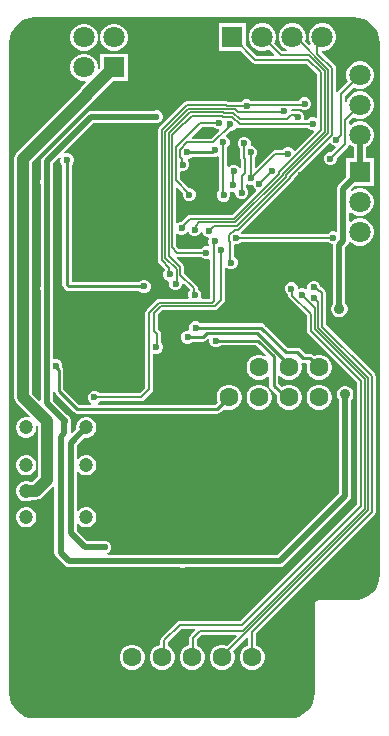
<source format=gbl>
G04*
G04 #@! TF.GenerationSoftware,Altium Limited,Altium Designer,22.9.1 (49)*
G04*
G04 Layer_Physical_Order=2*
G04 Layer_Color=16711680*
%FSLAX44Y44*%
%MOMM*%
G71*
G04*
G04 #@! TF.SameCoordinates,7A88E338-F056-4336-BEC6-008BA3D2BE7B*
G04*
G04*
G04 #@! TF.FilePolarity,Positive*
G04*
G01*
G75*
%ADD14C,0.1500*%
%ADD78C,0.2540*%
%ADD79C,0.5000*%
%ADD81C,1.0000*%
%ADD83C,0.1510*%
%ADD84C,0.2500*%
%ADD86C,1.8000*%
%ADD87R,1.8000X1.8000*%
%ADD88R,1.8000X1.8000*%
%ADD89C,1.2000*%
%ADD90C,1.6000*%
%ADD91R,1.6000X1.6000*%
%ADD92C,0.6000*%
%ADD93C,1.2700*%
%ADD94C,2.0000*%
%ADD95C,0.9000*%
G36*
X299280Y596517D02*
X303396Y595269D01*
X307188Y593241D01*
X310513Y590513D01*
X313241Y587188D01*
X315269Y583396D01*
X316517Y579280D01*
X316926Y575129D01*
X316900Y575000D01*
Y125000D01*
X316926Y124871D01*
X316517Y120720D01*
X315269Y116604D01*
X313241Y112812D01*
X310513Y109487D01*
X307188Y106759D01*
X303396Y104731D01*
X299280Y103483D01*
X295128Y103074D01*
X295000Y103100D01*
X265000D01*
X263814Y102864D01*
X262808Y102192D01*
X262136Y101186D01*
X261900Y100000D01*
Y25000D01*
X261926Y24872D01*
X261517Y20720D01*
X260269Y16604D01*
X258241Y12812D01*
X255513Y9487D01*
X252188Y6759D01*
X248396Y4731D01*
X244280Y3483D01*
X241245Y3184D01*
X240000Y3100D01*
X240000Y3100D01*
X238750Y3100D01*
X26259D01*
X25000Y3100D01*
X23765Y3183D01*
X20720Y3483D01*
X16604Y4731D01*
X12812Y6759D01*
X9487Y9487D01*
X6759Y12812D01*
X4731Y16604D01*
X3483Y20720D01*
X3184Y23754D01*
X3100Y25000D01*
X3100Y25000D01*
X3100Y26250D01*
Y573741D01*
X3100Y575000D01*
X3183Y576235D01*
X3483Y579280D01*
X4731Y583396D01*
X6759Y587188D01*
X9487Y590513D01*
X12812Y593241D01*
X16604Y595269D01*
X20720Y596517D01*
X23765Y596817D01*
X25000Y596900D01*
Y596900D01*
X25000Y596900D01*
X295000D01*
X295129Y596926D01*
X299280Y596517D01*
D02*
G37*
%LPC*%
G36*
X269619Y591540D02*
X266581D01*
X263646Y590754D01*
X261014Y589234D01*
X258866Y587086D01*
X257346Y584454D01*
X256560Y581519D01*
Y578481D01*
X257346Y575546D01*
X258217Y574038D01*
X257201Y573258D01*
X253762Y576697D01*
X254240Y578481D01*
Y581519D01*
X253454Y584454D01*
X251934Y587086D01*
X249786Y589234D01*
X247154Y590754D01*
X244219Y591540D01*
X241181D01*
X238246Y590754D01*
X235614Y589234D01*
X233466Y587086D01*
X231946Y584454D01*
X231160Y581519D01*
Y578481D01*
X231946Y575546D01*
X233466Y572914D01*
X235614Y570766D01*
X238145Y569305D01*
X238174Y569190D01*
X237519Y568035D01*
X234209D01*
X227557Y574687D01*
X228053Y575546D01*
X228840Y578481D01*
Y581519D01*
X228053Y584454D01*
X226534Y587086D01*
X224386Y589234D01*
X221754Y590754D01*
X218819Y591540D01*
X215781D01*
X212846Y590754D01*
X210214Y589234D01*
X208066Y587086D01*
X206546Y584454D01*
X205760Y581519D01*
Y578481D01*
X206546Y575546D01*
X208066Y572914D01*
X210214Y570766D01*
X212846Y569247D01*
X215781Y568460D01*
X218819D01*
X221754Y569247D01*
X222867Y569889D01*
X227457Y565299D01*
X226971Y564126D01*
X212718D01*
X203440Y573404D01*
Y591540D01*
X180360D01*
Y568460D01*
X198896D01*
X208957Y558399D01*
X210045Y557672D01*
X211329Y557417D01*
X254984D01*
X263766Y548635D01*
Y512179D01*
X262496Y511502D01*
X260950Y512142D01*
X258746D01*
X256710Y511299D01*
X255151Y509740D01*
X255095Y509604D01*
X253634D01*
X252929Y510660D01*
X253027Y510898D01*
Y513102D01*
X252184Y515138D01*
X250625Y516697D01*
X248589Y517540D01*
X246385D01*
X245495Y517171D01*
X245453Y517199D01*
X244170Y517454D01*
X242228D01*
X241907Y518225D01*
X242687Y519396D01*
X249422D01*
X250099Y518718D01*
X252135Y517875D01*
X254339D01*
X256375Y518718D01*
X257934Y520277D01*
X258777Y522313D01*
Y524517D01*
X257934Y526553D01*
X256375Y528111D01*
X254339Y528955D01*
X252135D01*
X250099Y528111D01*
X248540Y526553D01*
X248355Y526105D01*
X207691D01*
X207138Y526657D01*
X205102Y527500D01*
X202898D01*
X200862Y526657D01*
X199520Y525315D01*
X188367D01*
X188180Y525439D01*
X186897Y525694D01*
X153485D01*
X152201Y525439D01*
X151113Y524712D01*
X129685Y503284D01*
X128958Y502196D01*
X128703Y500912D01*
Y391170D01*
X128958Y389886D01*
X129685Y388798D01*
X135047Y383436D01*
Y382882D01*
X134303Y382138D01*
X133460Y380102D01*
Y377898D01*
X134303Y375862D01*
X135862Y374303D01*
X137898Y373460D01*
X138592Y372421D01*
X138460Y372102D01*
Y369898D01*
X139303Y367862D01*
X140862Y366303D01*
X142898Y365460D01*
X145102D01*
X147138Y366303D01*
X148697Y367862D01*
X149540Y369898D01*
Y370920D01*
X150810Y371446D01*
X156211Y366045D01*
X155303Y365138D01*
X154460Y363102D01*
Y360898D01*
X154975Y359655D01*
X154127Y358384D01*
X130030D01*
X128746Y358129D01*
X127658Y357402D01*
X119378Y349122D01*
X118651Y348034D01*
X118396Y346750D01*
Y283139D01*
X113610Y278354D01*
X79520D01*
X78178Y279697D01*
X76142Y280540D01*
X73938D01*
X71902Y279697D01*
X70343Y278138D01*
X69500Y276102D01*
Y273898D01*
X70343Y271862D01*
X71902Y270303D01*
X72261Y270155D01*
X72008Y268885D01*
X62326D01*
X48885Y282325D01*
Y298551D01*
X48589Y300038D01*
X48040Y300859D01*
Y302871D01*
X47197Y304907D01*
X45638Y306466D01*
X43602Y307309D01*
X41398D01*
X41195Y307225D01*
X40139Y307930D01*
Y365429D01*
X40540Y366398D01*
Y368602D01*
X40139Y369571D01*
Y455429D01*
X40540Y456398D01*
Y458602D01*
X40139Y459571D01*
Y472872D01*
X45592Y478325D01*
X46668Y477605D01*
X46460Y477102D01*
Y474898D01*
X47303Y472862D01*
X48115Y472050D01*
Y370488D01*
X48411Y369001D01*
X49253Y367741D01*
X50741Y366253D01*
X52001Y365411D01*
X53488Y365115D01*
X113310D01*
X114122Y364303D01*
X116158Y363460D01*
X118362D01*
X120398Y364303D01*
X121957Y365862D01*
X122800Y367898D01*
Y370102D01*
X121957Y372138D01*
X120398Y373697D01*
X118362Y374540D01*
X116158D01*
X114122Y373697D01*
X113310Y372885D01*
X55885D01*
Y472050D01*
X56697Y472862D01*
X57540Y474898D01*
Y477102D01*
X56697Y479138D01*
X55138Y480697D01*
X53102Y481540D01*
X50898D01*
X50395Y481332D01*
X49675Y482408D01*
X74629Y507361D01*
X125429D01*
X126398Y506960D01*
X128602D01*
X130638Y507803D01*
X132197Y509362D01*
X133040Y511398D01*
Y513602D01*
X132197Y515638D01*
X130638Y517197D01*
X128602Y518040D01*
X126398D01*
X125429Y517639D01*
X72500D01*
X70533Y517248D01*
X68866Y516134D01*
X31366Y478634D01*
X30252Y476967D01*
X29861Y475000D01*
Y459571D01*
X29460Y458602D01*
Y456398D01*
X29861Y455429D01*
Y369571D01*
X29460Y368602D01*
Y366398D01*
X29861Y365429D01*
Y272553D01*
X28688Y272067D01*
X22605Y278150D01*
Y473950D01*
X74185Y525530D01*
X75394Y527105D01*
X75488Y527333D01*
X90915Y542760D01*
X103240D01*
Y565840D01*
X80160D01*
Y553516D01*
X78887Y552243D01*
X77840Y552992D01*
Y555819D01*
X77053Y558754D01*
X75534Y561386D01*
X73386Y563534D01*
X70754Y565054D01*
X67819Y565840D01*
X64781D01*
X61846Y565054D01*
X59214Y563534D01*
X57066Y561386D01*
X55546Y558754D01*
X54760Y555819D01*
Y552781D01*
X55546Y549846D01*
X57066Y547214D01*
X59214Y545066D01*
X61846Y543546D01*
X64781Y542760D01*
X67608D01*
X68357Y541713D01*
X63430Y536786D01*
X62221Y535211D01*
X62127Y534983D01*
X9622Y482478D01*
X8414Y480903D01*
X7654Y479069D01*
X7395Y477100D01*
Y275000D01*
X7654Y273032D01*
X8414Y271197D01*
X9622Y269622D01*
X20353Y258892D01*
X19696Y257753D01*
X18624Y258040D01*
X16376D01*
X14204Y257458D01*
X12256Y256334D01*
X10666Y254744D01*
X9542Y252796D01*
X8960Y250624D01*
Y248376D01*
X9542Y246204D01*
X10666Y244256D01*
X12256Y242666D01*
X14204Y241542D01*
X16376Y240960D01*
X18624D01*
X20796Y241542D01*
X22744Y242666D01*
X24334Y244256D01*
X25458Y246204D01*
X26040Y248376D01*
Y250515D01*
X26334Y250804D01*
X27170Y251314D01*
X27395Y251178D01*
Y208400D01*
X22483Y203488D01*
X20685D01*
X18624Y204040D01*
X16376D01*
X14204Y203458D01*
X12256Y202334D01*
X10666Y200744D01*
X9542Y198796D01*
X8960Y196624D01*
Y194376D01*
X9542Y192204D01*
X10666Y190256D01*
X12256Y188666D01*
X14204Y187542D01*
X16376Y186960D01*
X18624D01*
X20796Y187542D01*
X22070Y188278D01*
X25633D01*
X27601Y188537D01*
X29435Y189296D01*
X31010Y190505D01*
X40121Y199616D01*
X41391Y199254D01*
Y143470D01*
X41782Y141503D01*
X42896Y139836D01*
X49898Y132835D01*
X51565Y131721D01*
X53532Y131329D01*
X146836D01*
X146862Y131303D01*
X148898Y130460D01*
X151102D01*
X153138Y131303D01*
X153164Y131329D01*
X232468D01*
X234435Y131721D01*
X236102Y132835D01*
X291134Y187866D01*
X292248Y189534D01*
X292639Y191500D01*
Y272683D01*
X293133Y273177D01*
X294060Y274783D01*
X294540Y276573D01*
Y278427D01*
X294060Y280217D01*
X293133Y281823D01*
X291823Y283133D01*
X290217Y284060D01*
X288427Y284540D01*
X286573D01*
X284783Y284060D01*
X283177Y283133D01*
X281867Y281823D01*
X280940Y280217D01*
X280460Y278427D01*
Y276573D01*
X280940Y274783D01*
X281867Y273177D01*
X282361Y272683D01*
Y193629D01*
X230340Y141607D01*
X86361D01*
X86109Y142877D01*
X87138Y143303D01*
X88697Y144862D01*
X89540Y146898D01*
Y149102D01*
X88697Y151138D01*
X87138Y152697D01*
X85102Y153540D01*
X82898D01*
X81929Y153139D01*
X69128D01*
X60139Y162129D01*
Y168016D01*
X61409Y168356D01*
X61466Y168256D01*
X63056Y166666D01*
X65004Y165542D01*
X67176Y164960D01*
X69424D01*
X71596Y165542D01*
X73544Y166666D01*
X75134Y168256D01*
X76258Y170204D01*
X76840Y172376D01*
Y174624D01*
X76258Y176796D01*
X75134Y178744D01*
X73544Y180334D01*
X71596Y181458D01*
X69424Y182040D01*
X67176D01*
X65004Y181458D01*
X63056Y180334D01*
X61466Y178744D01*
X61409Y178644D01*
X60139Y178984D01*
Y212016D01*
X61409Y212356D01*
X61466Y212256D01*
X63056Y210666D01*
X65004Y209542D01*
X67176Y208960D01*
X69424D01*
X71596Y209542D01*
X73544Y210666D01*
X75134Y212256D01*
X76258Y214204D01*
X76840Y216376D01*
Y218624D01*
X76258Y220796D01*
X75134Y222744D01*
X73544Y224334D01*
X71596Y225458D01*
X69424Y226040D01*
X67176D01*
X65004Y225458D01*
X63056Y224334D01*
X61466Y222744D01*
X61409Y222644D01*
X60139Y222984D01*
Y234072D01*
X67059Y240991D01*
X67176Y240960D01*
X69424D01*
X71596Y241542D01*
X73544Y242666D01*
X75134Y244256D01*
X76258Y246204D01*
X76840Y248376D01*
Y250624D01*
X76258Y252796D01*
X75134Y254744D01*
X73544Y256334D01*
X71596Y257458D01*
X69424Y258040D01*
X67176D01*
X65004Y257458D01*
X63056Y256334D01*
X61466Y254744D01*
X60342Y252796D01*
X59760Y250624D01*
Y248376D01*
X59791Y248259D01*
X56217Y244685D01*
X54947Y245211D01*
Y252467D01*
X55540Y253898D01*
Y256102D01*
X54697Y258138D01*
X53138Y259697D01*
X52177Y260095D01*
X40139Y272133D01*
Y279116D01*
X41409Y279242D01*
X41411Y279230D01*
X42253Y277969D01*
X57970Y262253D01*
X59230Y261411D01*
X60716Y261115D01*
X179200D01*
X180687Y261411D01*
X181947Y262253D01*
X184967Y265273D01*
X185132Y265178D01*
X187812Y264460D01*
X190588D01*
X193268Y265178D01*
X195672Y266566D01*
X197634Y268528D01*
X199022Y270932D01*
X199740Y273612D01*
Y276388D01*
X199022Y279068D01*
X197634Y281472D01*
X195672Y283434D01*
X193268Y284822D01*
X190588Y285540D01*
X187812D01*
X185132Y284822D01*
X182728Y283434D01*
X180766Y281472D01*
X179378Y279068D01*
X178660Y276388D01*
Y273612D01*
X179378Y270932D01*
X179473Y270767D01*
X177591Y268885D01*
X78072D01*
X77819Y270155D01*
X78178Y270303D01*
X79520Y271646D01*
X115000D01*
X116284Y271901D01*
X117372Y272628D01*
X124122Y279378D01*
X124849Y280466D01*
X125104Y281750D01*
Y311353D01*
X126160Y312058D01*
X126398Y311960D01*
X128602D01*
X130638Y312803D01*
X132197Y314362D01*
X133040Y316398D01*
Y318602D01*
X132197Y320638D01*
X131604Y321230D01*
Y328586D01*
X131349Y329869D01*
X130622Y330958D01*
X128884Y332695D01*
Y344855D01*
X132675Y348646D01*
X177000D01*
X178284Y348901D01*
X179372Y349628D01*
X185018Y355274D01*
X185745Y356362D01*
X186000Y357646D01*
Y384369D01*
X187270Y384895D01*
X187862Y384303D01*
X189898Y383460D01*
X192102D01*
X194138Y384303D01*
X195697Y385862D01*
X196540Y387898D01*
Y390102D01*
X195697Y392138D01*
X194138Y393697D01*
X193507Y393958D01*
Y404218D01*
X193868Y404460D01*
X196072D01*
X198108Y405303D01*
X199451Y406646D01*
X273020D01*
X274362Y405303D01*
X276398Y404460D01*
X277223D01*
X277361Y404291D01*
Y354790D01*
X276867Y354295D01*
X275940Y352690D01*
X275460Y350900D01*
Y349046D01*
X275940Y347255D01*
X276867Y345650D01*
X278177Y344339D01*
X279783Y343412D01*
X281573Y342933D01*
X283427D01*
X285217Y343412D01*
X286823Y344339D01*
X288133Y345650D01*
X289060Y347255D01*
X289540Y349046D01*
Y350900D01*
X289060Y352690D01*
X288133Y354295D01*
X287639Y354790D01*
Y402163D01*
X289594Y404118D01*
X290708Y405785D01*
X290808Y406288D01*
X292023Y406657D01*
X292914Y405766D01*
X295546Y404246D01*
X298480Y403460D01*
X301519D01*
X304454Y404246D01*
X307085Y405766D01*
X309234Y407914D01*
X310753Y410546D01*
X311540Y413481D01*
Y416519D01*
X310753Y419454D01*
X309234Y422086D01*
X307085Y424234D01*
X304454Y425753D01*
X301519Y426540D01*
X298480D01*
X295546Y425753D01*
X292914Y424234D01*
X292272Y423592D01*
X291099Y424078D01*
Y431322D01*
X292272Y431808D01*
X292914Y431166D01*
X295546Y429646D01*
X298480Y428860D01*
X301519D01*
X304454Y429646D01*
X307085Y431166D01*
X309234Y433314D01*
X310753Y435946D01*
X311540Y438881D01*
Y441919D01*
X310753Y444854D01*
X309234Y447486D01*
X307085Y449634D01*
X304454Y451153D01*
X301519Y451940D01*
X298480D01*
X295546Y451153D01*
X293375Y449901D01*
X292171Y450297D01*
X291965Y450481D01*
X291962Y450495D01*
X295727Y454260D01*
X311540D01*
Y477340D01*
X305139D01*
Y486742D01*
X307086Y487866D01*
X309234Y490014D01*
X310754Y492646D01*
X311540Y495581D01*
Y498619D01*
X310754Y501554D01*
X309234Y504186D01*
X307086Y506334D01*
X304454Y507854D01*
X301519Y508640D01*
X298481D01*
X295546Y507854D01*
X292914Y506334D01*
X292238Y505658D01*
X291064Y506144D01*
Y508820D01*
X294560Y512316D01*
X295546Y511746D01*
X298481Y510960D01*
X301519D01*
X304454Y511746D01*
X307086Y513266D01*
X309234Y515414D01*
X310754Y518046D01*
X311540Y520981D01*
Y524019D01*
X310754Y526954D01*
X309234Y529586D01*
X307086Y531734D01*
X304454Y533254D01*
X301519Y534040D01*
X298481D01*
X295546Y533254D01*
X292914Y531734D01*
X290766Y529586D01*
X289247Y526954D01*
X288624Y524633D01*
X287354Y524800D01*
Y530510D01*
X294560Y537716D01*
X295546Y537146D01*
X298481Y536360D01*
X301519D01*
X304454Y537146D01*
X307086Y538666D01*
X309234Y540814D01*
X310754Y543446D01*
X311540Y546381D01*
Y549419D01*
X310754Y552354D01*
X309234Y554986D01*
X307086Y557134D01*
X304454Y558653D01*
X301519Y559440D01*
X298481D01*
X295546Y558653D01*
X292914Y557134D01*
X290766Y554986D01*
X289247Y552354D01*
X288460Y549419D01*
Y546381D01*
X289247Y543446D01*
X289816Y542460D01*
X281628Y534272D01*
X280901Y533184D01*
X280835Y532850D01*
X279564Y532975D01*
Y553790D01*
X279309Y555074D01*
X278582Y556162D01*
X267554Y567190D01*
X267836Y568460D01*
X269619D01*
X272554Y569247D01*
X275186Y570766D01*
X277334Y572914D01*
X278853Y575546D01*
X279640Y578481D01*
Y581519D01*
X278853Y584454D01*
X277334Y587086D01*
X275186Y589234D01*
X272554Y590754D01*
X269619Y591540D01*
D02*
G37*
G36*
X93219Y591240D02*
X90181D01*
X87246Y590454D01*
X84614Y588934D01*
X82466Y586786D01*
X80946Y584154D01*
X80160Y581219D01*
Y578181D01*
X80946Y575246D01*
X82466Y572614D01*
X84614Y570466D01*
X87246Y568946D01*
X90181Y568160D01*
X93219D01*
X96154Y568946D01*
X98786Y570466D01*
X100934Y572614D01*
X102453Y575246D01*
X103240Y578181D01*
Y581219D01*
X102453Y584154D01*
X100934Y586786D01*
X98786Y588934D01*
X96154Y590454D01*
X93219Y591240D01*
D02*
G37*
G36*
X67819D02*
X64781D01*
X61846Y590454D01*
X59214Y588934D01*
X57066Y586786D01*
X55546Y584154D01*
X54760Y581219D01*
Y578181D01*
X55546Y575246D01*
X57066Y572614D01*
X59214Y570466D01*
X61846Y568946D01*
X64781Y568160D01*
X67819D01*
X70754Y568946D01*
X73386Y570466D01*
X75534Y572614D01*
X77053Y575246D01*
X77840Y578181D01*
Y581219D01*
X77053Y584154D01*
X75534Y586786D01*
X73386Y588934D01*
X70754Y590454D01*
X67819Y591240D01*
D02*
G37*
G36*
X262102Y373540D02*
X259898D01*
X257862Y372697D01*
X256303Y371138D01*
X255460Y369102D01*
Y366917D01*
X255403Y366862D01*
X254370Y366212D01*
X254011Y366570D01*
X251975Y367413D01*
X249771D01*
X248810Y367015D01*
X247540Y367864D01*
Y368102D01*
X246697Y370138D01*
X245138Y371697D01*
X243102Y372540D01*
X240898D01*
X238862Y371697D01*
X237303Y370138D01*
X236460Y368102D01*
Y365898D01*
X237303Y363862D01*
X238862Y362303D01*
X239500Y362039D01*
Y361141D01*
X239755Y359855D01*
X240484Y358765D01*
X255140Y344108D01*
Y331500D01*
X255396Y330214D01*
X256124Y329124D01*
X297521Y287729D01*
Y184771D01*
X198497Y85748D01*
X147388D01*
X146103Y85492D01*
X145013Y84764D01*
X132005Y71756D01*
X131277Y70666D01*
X131021Y69380D01*
Y65515D01*
X128432Y64822D01*
X126028Y63434D01*
X124066Y61472D01*
X122678Y59068D01*
X121960Y56388D01*
Y53612D01*
X122678Y50932D01*
X124066Y48528D01*
X126028Y46566D01*
X128432Y45178D01*
X131112Y44460D01*
X133888D01*
X136568Y45178D01*
X138972Y46566D01*
X140934Y48528D01*
X142322Y50932D01*
X143040Y53612D01*
Y56388D01*
X142322Y59068D01*
X140934Y61472D01*
X138972Y63434D01*
X137740Y64145D01*
Y67989D01*
X148780Y79029D01*
X160118D01*
X160604Y77856D01*
X156624Y73875D01*
X155896Y72786D01*
X155640Y71500D01*
Y65306D01*
X153832Y64822D01*
X151428Y63434D01*
X149466Y61472D01*
X148078Y59068D01*
X147360Y56388D01*
Y53612D01*
X148078Y50932D01*
X149466Y48528D01*
X151428Y46566D01*
X153832Y45178D01*
X156512Y44460D01*
X159288D01*
X161968Y45178D01*
X164372Y46566D01*
X166334Y48528D01*
X167722Y50932D01*
X168440Y53612D01*
Y56388D01*
X167722Y59068D01*
X166334Y61472D01*
X164372Y63434D01*
X162360Y64596D01*
Y70108D01*
X166392Y74141D01*
X195431D01*
X195917Y72967D01*
X187624Y64674D01*
X187368Y64822D01*
X184688Y65540D01*
X181912D01*
X179232Y64822D01*
X176828Y63434D01*
X174866Y61472D01*
X173478Y59068D01*
X172760Y56388D01*
Y53612D01*
X173478Y50932D01*
X174866Y48528D01*
X176828Y46566D01*
X179232Y45178D01*
X181912Y44460D01*
X184688D01*
X187368Y45178D01*
X189772Y46566D01*
X191734Y48528D01*
X193122Y50932D01*
X193840Y53612D01*
Y56388D01*
X193122Y59068D01*
X192535Y60084D01*
X204167Y71715D01*
X205340Y71229D01*
Y65012D01*
X204632Y64822D01*
X202228Y63434D01*
X200266Y61472D01*
X198878Y59068D01*
X198160Y56388D01*
Y53612D01*
X198878Y50932D01*
X200266Y48528D01*
X202228Y46566D01*
X204632Y45178D01*
X207312Y44460D01*
X210088D01*
X212768Y45178D01*
X215172Y46566D01*
X217134Y48528D01*
X218522Y50932D01*
X219240Y53612D01*
Y56388D01*
X218522Y59068D01*
X217134Y61472D01*
X215172Y63434D01*
X212768Y64822D01*
X212059Y65012D01*
Y75308D01*
X312376Y175625D01*
X313104Y176714D01*
X313360Y178000D01*
Y292898D01*
X313104Y294183D01*
X312376Y295273D01*
X271360Y336289D01*
Y363000D01*
X271104Y364286D01*
X270375Y365376D01*
X268370Y367381D01*
X267280Y368109D01*
X266752Y368214D01*
X266540Y368426D01*
Y369102D01*
X265697Y371138D01*
X264138Y372697D01*
X262102Y373540D01*
D02*
G37*
G36*
X162102Y339540D02*
X159898D01*
X157862Y338697D01*
X156303Y337138D01*
X155460Y335102D01*
Y332898D01*
X155578Y332613D01*
X154648Y331540D01*
X152898D01*
X150862Y330697D01*
X149303Y329138D01*
X148460Y327102D01*
Y324898D01*
X149303Y322862D01*
X150862Y321303D01*
X152898Y320460D01*
X155102D01*
X157138Y321303D01*
X157950Y322115D01*
X167000D01*
X168487Y322411D01*
X169747Y323253D01*
X171432Y324938D01*
X172508Y324218D01*
X172460Y324102D01*
Y321898D01*
X173303Y319862D01*
X174862Y318303D01*
X176898Y317460D01*
X179102D01*
X181138Y318303D01*
X181950Y319115D01*
X212135D01*
X220784Y310467D01*
X220004Y309450D01*
X218668Y310222D01*
X215988Y310940D01*
X213212D01*
X210532Y310222D01*
X208128Y308834D01*
X206166Y306872D01*
X204778Y304468D01*
X204060Y301787D01*
Y299012D01*
X204778Y296332D01*
X206166Y293928D01*
X208128Y291966D01*
X210532Y290578D01*
X213212Y289860D01*
X215988D01*
X218668Y290578D01*
X221072Y291966D01*
X221845Y292739D01*
X223115Y292213D01*
Y285000D01*
X223411Y283513D01*
X224253Y282253D01*
X229599Y276907D01*
X229460Y276388D01*
Y273612D01*
X230178Y270932D01*
X231566Y268528D01*
X233528Y266566D01*
X235932Y265178D01*
X238612Y264460D01*
X241388D01*
X244068Y265178D01*
X246472Y266566D01*
X248434Y268528D01*
X249822Y270932D01*
X250540Y273612D01*
Y276388D01*
X249822Y279068D01*
X248434Y281472D01*
X246472Y283434D01*
X244068Y284822D01*
X241388Y285540D01*
X238612D01*
X235932Y284822D01*
X233865Y283629D01*
X230885Y286609D01*
Y292813D01*
X232155Y293340D01*
X233528Y291966D01*
X235932Y290578D01*
X238612Y289860D01*
X241388D01*
X244068Y290578D01*
X246472Y291966D01*
X248434Y293928D01*
X249822Y296332D01*
X250540Y299012D01*
Y301787D01*
X250142Y303272D01*
X251182Y304298D01*
X252000Y304136D01*
X254446D01*
X255219Y303128D01*
X254860Y301787D01*
Y299012D01*
X255578Y296332D01*
X256966Y293928D01*
X258928Y291966D01*
X261332Y290578D01*
X264012Y289860D01*
X266788D01*
X269468Y290578D01*
X271872Y291966D01*
X273834Y293928D01*
X275222Y296332D01*
X275940Y299012D01*
Y301787D01*
X275222Y304468D01*
X273834Y306872D01*
X271872Y308834D01*
X269468Y310222D01*
X266788Y310940D01*
X264012D01*
X261332Y310222D01*
X261149Y310116D01*
X260532Y310732D01*
X259279Y311570D01*
X257800Y311864D01*
X253601D01*
X249732Y315732D01*
X248479Y316570D01*
X247000Y316864D01*
X238601D01*
X218732Y336732D01*
X217479Y337570D01*
X216000Y337864D01*
X164970D01*
X164138Y338697D01*
X162102Y339540D01*
D02*
G37*
G36*
X266788Y285540D02*
X264012D01*
X261332Y284822D01*
X258928Y283434D01*
X256966Y281472D01*
X255578Y279068D01*
X254860Y276388D01*
Y273612D01*
X255578Y270932D01*
X256966Y268528D01*
X258928Y266566D01*
X261332Y265178D01*
X264012Y264460D01*
X266788D01*
X269468Y265178D01*
X271872Y266566D01*
X273834Y268528D01*
X275222Y270932D01*
X275940Y273612D01*
Y276388D01*
X275222Y279068D01*
X273834Y281472D01*
X271872Y283434D01*
X269468Y284822D01*
X266788Y285540D01*
D02*
G37*
G36*
X215988D02*
X213212D01*
X210532Y284822D01*
X208128Y283434D01*
X206166Y281472D01*
X204778Y279068D01*
X204060Y276388D01*
Y273612D01*
X204778Y270932D01*
X206166Y268528D01*
X208128Y266566D01*
X210532Y265178D01*
X213212Y264460D01*
X215988D01*
X218668Y265178D01*
X221072Y266566D01*
X223034Y268528D01*
X224422Y270932D01*
X225140Y273612D01*
Y276388D01*
X224422Y279068D01*
X223034Y281472D01*
X221072Y283434D01*
X218668Y284822D01*
X215988Y285540D01*
D02*
G37*
G36*
X18624Y226040D02*
X16376D01*
X14204Y225458D01*
X12256Y224334D01*
X10666Y222744D01*
X9542Y220796D01*
X8960Y218624D01*
Y216376D01*
X9542Y214204D01*
X10666Y212256D01*
X12256Y210666D01*
X14204Y209542D01*
X16376Y208960D01*
X18624D01*
X20796Y209542D01*
X22744Y210666D01*
X24334Y212256D01*
X25458Y214204D01*
X26040Y216376D01*
Y218624D01*
X25458Y220796D01*
X24334Y222744D01*
X22744Y224334D01*
X20796Y225458D01*
X18624Y226040D01*
D02*
G37*
G36*
Y182040D02*
X16376D01*
X14204Y181458D01*
X12256Y180334D01*
X10666Y178744D01*
X9542Y176796D01*
X8960Y174624D01*
Y172376D01*
X9542Y170204D01*
X10666Y168256D01*
X12256Y166666D01*
X14204Y165542D01*
X16376Y164960D01*
X18624D01*
X20796Y165542D01*
X22744Y166666D01*
X24334Y168256D01*
X25458Y170204D01*
X26040Y172376D01*
Y174624D01*
X25458Y176796D01*
X24334Y178744D01*
X22744Y180334D01*
X20796Y181458D01*
X18624Y182040D01*
D02*
G37*
G36*
X108488Y65540D02*
X105712D01*
X103032Y64822D01*
X100628Y63434D01*
X98666Y61472D01*
X97278Y59068D01*
X96560Y56388D01*
Y53612D01*
X97278Y50932D01*
X98666Y48528D01*
X100628Y46566D01*
X103032Y45178D01*
X105712Y44460D01*
X108488D01*
X111168Y45178D01*
X113572Y46566D01*
X115534Y48528D01*
X116922Y50932D01*
X117640Y53612D01*
Y56388D01*
X116922Y59068D01*
X115534Y61472D01*
X113572Y63434D01*
X111168Y64822D01*
X108488Y65540D01*
D02*
G37*
%LPD*%
G36*
X177612Y502803D02*
X179648Y501960D01*
X180420D01*
X180946Y500690D01*
X174361Y494104D01*
X158008D01*
X157522Y495278D01*
X166390Y504146D01*
X176270D01*
X177612Y502803D01*
D02*
G37*
G36*
X196758Y503151D02*
X198042Y502896D01*
X255720D01*
X256710Y501906D01*
X258746Y501062D01*
X260536D01*
X261140Y499871D01*
X245073Y483804D01*
X243828Y484052D01*
X243687Y484392D01*
X242128Y485950D01*
X240092Y486794D01*
X237888D01*
X235852Y485950D01*
X234510Y484608D01*
X228499D01*
X227215Y484353D01*
X226127Y483626D01*
X212028Y469526D01*
X210854Y470012D01*
Y478020D01*
X212197Y479362D01*
X213040Y481398D01*
Y483602D01*
X212197Y485638D01*
X210638Y487197D01*
X208602Y488040D01*
X208113D01*
X207540Y488898D01*
Y491102D01*
X206697Y493138D01*
X205138Y494697D01*
X203102Y495540D01*
X200898D01*
X198862Y494697D01*
X197303Y493138D01*
X196460Y491102D01*
Y488898D01*
X197303Y486862D01*
X198386Y485780D01*
Y477961D01*
X198641Y476675D01*
X199140Y475928D01*
Y469471D01*
X197871Y469218D01*
X197697Y469638D01*
X196138Y471197D01*
X194102Y472040D01*
X191898D01*
X189862Y471197D01*
X189061Y470396D01*
X187791Y470922D01*
Y486824D01*
X188762Y487796D01*
X189606Y489832D01*
Y492036D01*
X188762Y494072D01*
X187204Y495631D01*
X186966Y495729D01*
X186719Y496975D01*
X190364Y500620D01*
X191102D01*
X193138Y501463D01*
X194697Y503022D01*
X194748Y503146D01*
X196262Y503482D01*
X196758Y503151D01*
D02*
G37*
G36*
X181082Y478588D02*
Y450303D01*
X180110Y449331D01*
X179267Y447295D01*
Y445091D01*
X180110Y443055D01*
X181669Y441497D01*
X183705Y440653D01*
X185909D01*
X187945Y441497D01*
X189503Y443055D01*
X190347Y445091D01*
Y447295D01*
X189859Y448473D01*
X190831Y449445D01*
X191398Y449210D01*
X193602D01*
X194460Y448191D01*
Y447148D01*
X195303Y445112D01*
X196862Y443553D01*
X198898Y442710D01*
X201102D01*
X203138Y443553D01*
X204697Y445112D01*
X205540Y447148D01*
Y449352D01*
X204697Y451388D01*
X203360Y452725D01*
Y455146D01*
X204629Y455621D01*
X206521Y454837D01*
X208725D01*
X209014Y454957D01*
X209325Y454750D01*
X210168Y452714D01*
X211727Y451155D01*
X211964Y451057D01*
X212212Y449811D01*
X191815Y429414D01*
X156060D01*
X154776Y429159D01*
X153688Y428432D01*
X148796Y423540D01*
X147898D01*
X145862Y422697D01*
X145675Y422510D01*
X144502Y422996D01*
Y451845D01*
X145675Y452331D01*
X149982Y448024D01*
X149877Y447769D01*
Y445565D01*
X150720Y443529D01*
X152279Y441970D01*
X154315Y441127D01*
X156519D01*
X158555Y441970D01*
X160113Y443529D01*
X160957Y445565D01*
Y447769D01*
X160113Y449805D01*
X158555Y451363D01*
X156519Y452207D01*
X155287D01*
X147532Y459962D01*
Y465883D01*
X148588Y466589D01*
X148898Y466460D01*
X151102D01*
X153138Y467303D01*
X154697Y468862D01*
X155540Y470898D01*
Y473102D01*
X154697Y475138D01*
X154145Y475690D01*
X154671Y476960D01*
X154832D01*
X156868Y477803D01*
X157680Y478615D01*
X174564D01*
X175212Y478744D01*
X175898Y478460D01*
X178102D01*
X179812Y479168D01*
X181082Y478588D01*
D02*
G37*
G36*
X275205Y490099D02*
X275303Y489862D01*
X276862Y488303D01*
X278898Y487460D01*
X279057D01*
X279543Y486287D01*
X275796Y482540D01*
X273898D01*
X271862Y481697D01*
X270303Y480138D01*
X269460Y478102D01*
Y475898D01*
X270303Y473862D01*
X271862Y472303D01*
X273898Y471460D01*
X276102D01*
X278138Y472303D01*
X279697Y473862D01*
X280540Y475898D01*
Y477796D01*
X290082Y487338D01*
X290708Y488276D01*
X291176Y488484D01*
X292145Y488635D01*
X292914Y487866D01*
X294861Y486742D01*
Y477340D01*
X288460D01*
Y461527D01*
X282326Y455394D01*
X281212Y453727D01*
X280821Y451760D01*
Y415995D01*
X279551Y415147D01*
X278602Y415540D01*
X276398D01*
X274362Y414697D01*
X273020Y413354D01*
X199865D01*
X199327Y414442D01*
X199342Y414598D01*
X242935Y458191D01*
X243662Y459280D01*
X243854Y460242D01*
X273959Y490347D01*
X275205Y490099D01*
D02*
G37*
G36*
X166291Y414919D02*
X166480Y414849D01*
X167303Y412862D01*
X168862Y411303D01*
X170898Y410460D01*
X171062D01*
X171911Y409190D01*
X171460Y408102D01*
Y405898D01*
X172276Y403928D01*
X172161Y403689D01*
X171490Y402879D01*
X171102Y403040D01*
X168898D01*
X166862Y402197D01*
X165520Y400854D01*
X146889D01*
X144502Y403242D01*
Y413004D01*
X145675Y413490D01*
X145862Y413303D01*
X147898Y412460D01*
X150102D01*
X152138Y413303D01*
X153568Y414733D01*
X154333Y414753D01*
X154980Y414642D01*
X155303Y413862D01*
X156862Y412303D01*
X158898Y411460D01*
X161102D01*
X163138Y412303D01*
X164697Y413862D01*
X165190Y415053D01*
X166291Y414919D01*
D02*
G37*
G36*
X145500Y394146D02*
X165520D01*
X166862Y392803D01*
X168898Y391960D01*
X171102D01*
X171918Y392298D01*
X173188Y391449D01*
Y358384D01*
X165874D01*
X165025Y359655D01*
X165540Y360898D01*
Y363102D01*
X164697Y365138D01*
X163138Y366697D01*
X163104Y366711D01*
Y367250D01*
X162849Y368534D01*
X162122Y369622D01*
X151414Y380330D01*
Y384940D01*
X151159Y386224D01*
X150432Y387312D01*
X144743Y393001D01*
X145368Y394172D01*
X145500Y394146D01*
D02*
G37*
D14*
X192750Y455000D02*
Y466250D01*
X192500Y454750D02*
X192750Y455000D01*
Y466250D02*
X193000Y466500D01*
X155417Y446667D02*
Y447333D01*
X144177Y458573D02*
X155417Y447333D01*
X184436Y446564D02*
Y490564D01*
Y446564D02*
X184807Y446193D01*
X144177Y458573D02*
Y486677D01*
X184066Y490934D02*
X184436Y490564D01*
X245715Y580000D02*
X273180Y552535D01*
X256374Y560771D02*
X267120Y550025D01*
X270150Y499852D02*
Y551280D01*
X234503Y464205D02*
X270150Y499852D01*
X273180Y498597D02*
Y552535D01*
X237533Y462950D02*
X273180Y498597D01*
X231473Y465460D02*
X267120Y501107D01*
Y550025D01*
X256750Y564680D02*
X270150Y551280D01*
X259496Y506250D02*
X259848Y506602D01*
X198042Y506250D02*
X259496D01*
X132057Y391170D02*
X138401Y384826D01*
X138117Y394883D02*
X148060Y384940D01*
X138117Y498402D02*
X155995Y516280D01*
X138117Y394883D02*
Y498402D01*
X187276Y521960D02*
X204000D01*
X132057Y391170D02*
Y500912D01*
X185642Y519310D02*
X186153Y518799D01*
X186897Y522340D02*
X187276Y521960D01*
X154740Y519310D02*
X185642D01*
X186153Y518799D02*
X194063D01*
X135087Y392913D02*
X144768Y383233D01*
X135087Y499657D02*
X154740Y519310D01*
X132057Y500912D02*
X153485Y522340D01*
X135087Y392913D02*
Y499657D01*
X194063Y518799D02*
X196652Y516210D01*
X153485Y522340D02*
X186897D01*
X149139Y472861D02*
X150000Y472000D01*
X149139Y472861D02*
Y476490D01*
X246269Y512000D02*
X247487D01*
X141147Y401853D02*
X145500Y397500D01*
X141147Y401853D02*
Y497147D01*
X184387Y516280D02*
X184898Y515769D01*
X141147Y497147D02*
X151430Y507430D01*
X244170Y514100D02*
X246269Y512000D01*
X184898Y515769D02*
X192808D01*
X241487Y514100D02*
X244170D01*
X192808Y515769D02*
X198116Y510460D01*
X237848D02*
X241487Y514100D01*
X198116Y510460D02*
X237848D01*
X155995Y516280D02*
X184387D01*
X204790Y522750D02*
X252572D01*
X196652Y516210D02*
X235210D01*
X236000Y517000D01*
X191553Y512739D02*
X198042Y506250D01*
X252572Y522750D02*
X253237Y523415D01*
X204000Y521960D02*
X204790Y522750D01*
X194970Y410000D02*
X277500D01*
X207623Y460377D02*
X228499Y481254D01*
X238990D01*
X207500Y460500D02*
X207623Y460377D01*
X207500Y460500D02*
Y482500D01*
X214865Y455852D02*
X225723Y466710D01*
X214865Y455852D02*
X214865D01*
X225723Y466710D02*
Y466710D01*
X284000Y531900D02*
X300000Y547900D01*
X280000Y493000D02*
X284000Y497000D01*
Y531900D01*
X287710Y510210D02*
X300000Y522500D01*
X287710Y489710D02*
Y510210D01*
X275000Y477000D02*
X287710Y489710D01*
X194460Y423030D02*
X234503Y463073D01*
X231473Y464328D02*
Y465460D01*
X240563Y461695D02*
X276210Y497342D01*
X240563Y460563D02*
Y461695D01*
X195715Y420000D02*
X237533Y461818D01*
X176485Y420000D02*
X195715D01*
X193809Y416970D02*
X196970D01*
X234503Y463073D02*
Y464205D01*
X237533Y461818D02*
Y462950D01*
X156060Y426060D02*
X193205D01*
X276210Y497342D02*
Y553790D01*
X164030Y423030D02*
X194460D01*
X193205Y426060D02*
X231473Y464328D01*
X196970Y416970D02*
X240563Y460563D01*
X264000Y566000D02*
X276210Y553790D01*
X148060Y378940D02*
X159750Y367250D01*
Y362250D02*
X160000Y362000D01*
X159750Y362250D02*
Y367250D01*
X148060Y378940D02*
Y384940D01*
X144768Y371768D02*
Y383233D01*
X145500Y397500D02*
X170000D01*
X144000Y371000D02*
X144768Y371768D01*
X138401Y381599D02*
X139000Y381000D01*
X138401Y381599D02*
Y384826D01*
X144177Y486677D02*
X165000Y507500D01*
X147500Y478129D02*
X149139Y476490D01*
X147500Y478129D02*
Y484672D01*
X153579Y490750D01*
X175750D01*
X190000Y505000D01*
Y506160D01*
X165000Y507500D02*
X180750D01*
X157524Y513250D02*
X183132D01*
X183643Y512739D02*
X191553D01*
X183132Y513250D02*
X183643Y512739D01*
X151704Y507430D02*
X157524Y513250D01*
X190152Y389848D02*
Y406687D01*
Y389848D02*
X191000Y389000D01*
X189220Y407618D02*
Y412382D01*
Y407618D02*
X190152Y406687D01*
X176542Y356543D02*
Y406543D01*
X177000Y407000D01*
X182292Y399865D02*
X182646Y399511D01*
Y357646D02*
Y399511D01*
X172485Y416000D02*
X176485Y420000D01*
X172000Y416000D02*
X172485D01*
X160861Y419861D02*
X164030Y423030D01*
X160000Y417000D02*
X160861Y417861D01*
Y419861D01*
X149000Y418000D02*
Y419000D01*
X156060Y426060D01*
X268100Y575535D02*
Y580000D01*
X264000Y566000D02*
Y571435D01*
X268100Y575535D01*
X211329Y560771D02*
X256374D01*
X242900Y580000D02*
X245715D01*
X232820Y564680D02*
X256750D01*
X192100Y580000D02*
X211329Y560771D01*
X189220Y412382D02*
X193809Y416970D01*
X175030Y355030D02*
X176542Y356543D01*
X177000Y352000D02*
X182646Y357646D01*
X75040Y275000D02*
X115000D01*
X121750Y281750D01*
X217500Y580000D02*
X232820Y564680D01*
X121750Y281750D02*
Y346750D01*
X127500Y317500D02*
X128250Y318250D01*
Y328586D01*
X121750Y346750D02*
X130030Y355030D01*
X125530Y346245D02*
X131285Y352000D01*
X125530Y331306D02*
X128250Y328586D01*
X125530Y331306D02*
Y346245D01*
X130030Y355030D02*
X175030D01*
X131285Y352000D02*
X177000D01*
X151430Y507430D02*
X151704D01*
D78*
X213744Y323000D02*
X227000Y309744D01*
X178000Y323000D02*
X213744D01*
X240000Y300400D02*
Y302500D01*
X227000Y285000D02*
Y309744D01*
X212750Y329750D02*
X240000Y302500D01*
X170750Y329750D02*
X212750D01*
X153730Y482500D02*
X174564D01*
X176064Y484000D02*
X177000D01*
X174564Y482500D02*
X176064Y484000D01*
X154000Y326000D02*
X167000D01*
X170750Y329750D01*
X227000Y285000D02*
X237000Y275000D01*
X240000D01*
X52000Y370488D02*
Y476000D01*
Y370488D02*
X53488Y369000D01*
X117260D01*
X45000Y280716D02*
X60716Y265000D01*
X179200D02*
X189200Y275000D01*
X45000Y280716D02*
Y298551D01*
X60716Y265000D02*
X179200D01*
X42500Y301051D02*
Y301769D01*
Y301051D02*
X45000Y298551D01*
D79*
X49809Y244538D02*
Y254809D01*
X50000Y255000D01*
X46530Y241259D02*
X49809Y244538D01*
X46530Y143470D02*
Y241259D01*
X55000Y236200D02*
X68300Y249500D01*
X50000Y255000D02*
Y255005D01*
X35000Y270005D02*
X50000Y255005D01*
X35000Y270005D02*
Y367500D01*
X55000Y160000D02*
Y236200D01*
X150000Y136468D02*
X232468D01*
X53532D02*
X150000D01*
X282500Y349973D02*
Y404291D01*
X285960Y407751D02*
Y451760D01*
X282500Y404291D02*
X285960Y407751D01*
X35000Y367500D02*
Y457500D01*
Y475000D01*
X46530Y143470D02*
X53532Y136468D01*
X287500Y191500D02*
Y277500D01*
X232468Y136468D02*
X287500Y191500D01*
X285960Y451760D02*
X300000Y465800D01*
Y497100D01*
X72500Y512500D02*
X127500D01*
X35000Y475000D02*
X72500Y512500D01*
X67000Y148000D02*
X84000D01*
X55000Y160000D02*
X67000Y148000D01*
D81*
X25633Y195883D02*
X35000Y205250D01*
X17883Y195883D02*
X25633D01*
X17500Y195500D02*
X17883Y195883D01*
X35000Y205250D02*
Y255000D01*
X15000Y275000D02*
Y477100D01*
Y275000D02*
X35000Y255000D01*
X15000Y477100D02*
X68808Y530908D01*
Y531408D02*
X91700Y554300D01*
X68808Y530908D02*
Y531408D01*
D83*
X201745Y477961D02*
X202500Y477206D01*
Y464782D02*
Y477206D01*
X200000Y462282D02*
X202500Y464782D01*
X201745Y477961D02*
Y489745D01*
X200000Y448250D02*
Y462282D01*
X159000Y56100D02*
Y71500D01*
X157900Y55000D02*
X159000Y56100D01*
Y71500D02*
X165000Y77500D01*
X208700Y76700D02*
X310000Y178000D01*
X306960Y179259D02*
Y291638D01*
X183300Y55599D02*
X306960Y179259D01*
X183300Y55000D02*
Y55599D01*
X208700Y55000D02*
Y76700D01*
X310000Y178000D02*
Y292898D01*
X303920Y180621D02*
Y290379D01*
X165000Y77500D02*
X200799D01*
X303920Y180621D01*
X199888Y82388D02*
X300880Y183380D01*
X147388Y82388D02*
X199888D01*
X300880Y183380D02*
Y289120D01*
X134380Y56880D02*
Y69380D01*
X147388Y82388D01*
X132500Y55000D02*
X134380Y56880D01*
X261000Y359233D02*
Y359460D01*
X261569Y332730D02*
X303920Y290379D01*
X261000Y359233D02*
X264609Y355624D01*
Y333989D02*
X306960Y291638D01*
X250873Y361448D02*
X261569Y350752D01*
Y332730D02*
Y350752D01*
X264609Y333989D02*
Y355624D01*
X201745Y489745D02*
X202000Y490000D01*
X250873Y361448D02*
Y361873D01*
X258500Y331500D02*
Y345500D01*
X242859Y361141D02*
Y366141D01*
Y361141D02*
X258500Y345500D01*
X261000Y368000D02*
X262215D01*
X265210Y365005D01*
X265995D02*
X268000Y363000D01*
X242000Y367000D02*
X242859Y366141D01*
X265210Y365005D02*
X265995D01*
X268000Y334898D02*
Y363000D01*
Y334898D02*
X310000Y292898D01*
X258500Y331500D02*
X300880Y289120D01*
D84*
X216000Y334000D02*
X237000Y313000D01*
X247000D01*
X161000Y334000D02*
X216000D01*
X252000Y308000D02*
X257800D01*
X247000Y313000D02*
X252000Y308000D01*
X257800D02*
X265400Y300400D01*
D86*
X91700Y579700D02*
D03*
X66300Y554300D02*
D03*
Y579700D02*
D03*
X300000Y497100D02*
D03*
Y522500D02*
D03*
Y547900D02*
D03*
X268100Y580000D02*
D03*
X242700D02*
D03*
X217300D02*
D03*
X300000Y389600D02*
D03*
Y415000D02*
D03*
Y440400D02*
D03*
D87*
X91700Y554300D02*
D03*
X191900Y580000D02*
D03*
D88*
X300000Y573300D02*
D03*
X300000Y465800D02*
D03*
D89*
X68300Y249500D02*
D03*
X17500Y217500D02*
D03*
X68300D02*
D03*
Y173500D02*
D03*
Y195500D02*
D03*
X17500Y173500D02*
D03*
Y195500D02*
D03*
Y249500D02*
D03*
D90*
X189200Y275000D02*
D03*
X214600Y300400D02*
D03*
Y275000D02*
D03*
X240000D02*
D03*
Y300400D02*
D03*
X265400D02*
D03*
Y275000D02*
D03*
X107100Y55000D02*
D03*
X157900D02*
D03*
X183300D02*
D03*
X208700D02*
D03*
X132500D02*
D03*
D91*
X189200Y300400D02*
D03*
X81700Y55000D02*
D03*
D92*
X193000Y466500D02*
D03*
X192500Y454750D02*
D03*
X196548Y475019D02*
D03*
X155417Y446667D02*
D03*
X184807Y446193D02*
D03*
X10000Y100000D02*
D03*
X250000D02*
D03*
X200000D02*
D03*
X190000D02*
D03*
X180000D02*
D03*
X130000D02*
D03*
X120000D02*
D03*
X110000D02*
D03*
X100000D02*
D03*
X90000D02*
D03*
X80000D02*
D03*
X70000D02*
D03*
X60000D02*
D03*
X50000D02*
D03*
X40000D02*
D03*
X30000D02*
D03*
X20000D02*
D03*
X259848Y506602D02*
D03*
X268000Y425750D02*
D03*
X119250Y493750D02*
D03*
X222000Y337000D02*
D03*
X150000Y472000D02*
D03*
X42500Y575000D02*
D03*
X233000Y444000D02*
D03*
X247487Y512000D02*
D03*
X236000Y517000D02*
D03*
X253237Y523415D02*
D03*
X277500Y410000D02*
D03*
X250000Y463000D02*
D03*
X238990Y481254D02*
D03*
X235900Y489215D02*
D03*
X214865Y455852D02*
D03*
X207623Y460377D02*
D03*
X200000Y448250D02*
D03*
X208000Y498000D02*
D03*
X224000Y533000D02*
D03*
X172000Y536000D02*
D03*
X275000Y477000D02*
D03*
X280000Y493000D02*
D03*
X251000Y535000D02*
D03*
X156000Y384000D02*
D03*
X197000Y367000D02*
D03*
X92000Y440000D02*
D03*
X158000Y580000D02*
D03*
X160000Y362000D02*
D03*
X144000Y371000D02*
D03*
X139000Y379000D02*
D03*
X153730Y482500D02*
D03*
X35000Y367500D02*
D03*
X50000Y255000D02*
D03*
X150000Y136000D02*
D03*
X35000Y457500D02*
D03*
X127500Y512500D02*
D03*
X190000Y506160D02*
D03*
X161000Y334000D02*
D03*
X178000Y323000D02*
D03*
X154000Y326000D02*
D03*
X180750Y507500D02*
D03*
X204818Y535545D02*
D03*
X250000Y330000D02*
D03*
X75000Y472500D02*
D03*
X97500Y332500D02*
D03*
X65000Y352500D02*
D03*
X184066Y490934D02*
D03*
X117260Y369000D02*
D03*
X52000Y476000D02*
D03*
X191000Y389000D02*
D03*
X177000Y407000D02*
D03*
X182292Y399865D02*
D03*
X172000Y416000D02*
D03*
X160000Y417000D02*
D03*
X149000Y418000D02*
D03*
X202000Y490000D02*
D03*
X177000Y484000D02*
D03*
X250873Y361873D02*
D03*
X261000Y368000D02*
D03*
Y359460D02*
D03*
X242000Y367000D02*
D03*
X42500Y301769D02*
D03*
X84000Y148000D02*
D03*
X207500Y482500D02*
D03*
X194970Y410000D02*
D03*
X225723Y466710D02*
D03*
X170000Y397500D02*
D03*
X75040Y275000D02*
D03*
X204000Y521960D02*
D03*
X127500Y317500D02*
D03*
D93*
X301000Y356000D02*
D03*
X271000Y236000D02*
D03*
X256000Y206000D02*
D03*
X271000Y116000D02*
D03*
X241000Y236000D02*
D03*
X226000Y206000D02*
D03*
X241000Y176000D02*
D03*
Y56000D02*
D03*
X226000Y26000D02*
D03*
X211000Y236000D02*
D03*
X196000Y206000D02*
D03*
X211000Y176000D02*
D03*
Y116000D02*
D03*
X196000Y26000D02*
D03*
X181000Y236000D02*
D03*
X166000Y206000D02*
D03*
X181000Y176000D02*
D03*
Y116000D02*
D03*
X166000Y26000D02*
D03*
X151000Y296000D02*
D03*
Y236000D02*
D03*
X136000Y206000D02*
D03*
X151000Y176000D02*
D03*
X136000Y26000D02*
D03*
X106000Y86000D02*
D03*
Y26000D02*
D03*
X76000Y86000D02*
D03*
Y26000D02*
D03*
X46000Y86000D02*
D03*
X61000Y56000D02*
D03*
X46000Y26000D02*
D03*
X16000Y86000D02*
D03*
X31000Y56000D02*
D03*
X16000Y26000D02*
D03*
D94*
X22500Y577500D02*
D03*
X295000Y130000D02*
D03*
D95*
X287500Y277500D02*
D03*
X282500Y349973D02*
D03*
M02*

</source>
